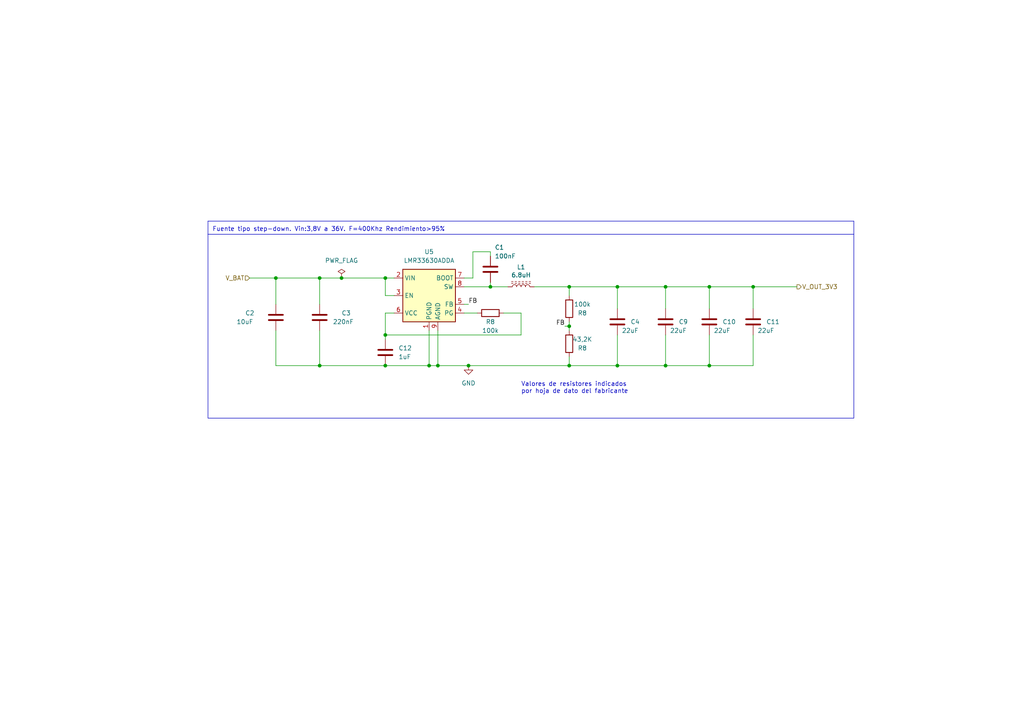
<source format=kicad_sch>
(kicad_sch (version 20230121) (generator eeschema)
  (paper "A4")
  (lib_symbols
    (symbol "Device:C" (pin_numbers hide) (pin_names (offset 0.254))
      (property "Reference" "C" (at 0.635 2.54 0))
      (property "Value" "C" (at 0.635 -2.54 0))
      (symbol "C_0_1"
        (polyline (pts (xy -2.032 -0.762) (xy 2.032 -0.762)) (stroke (width 0.508)))
        (polyline (pts (xy -2.032 0.762) (xy 2.032 0.762)) (stroke (width 0.508)))
      )
      (symbol "C_1_1"
        (pin passive line (at 0 3.81 270) (length 2.794) (name "~") (number "1"))
        (pin passive line (at 0 -3.81 90) (length 2.794) (name "~") (number "2"))
      )
    )
    (symbol "Device:L_Ferrite" (pin_numbers hide) (pin_names (offset 1.016) hide)
      (property "Reference" "L" (at -1.27 0 90))
      (property "Value" "L_Ferrite" (at 2.794 0 90))
      (symbol "L_Ferrite_0_1"
        (arc (start 0 -2.54) (mid 0.6323 -1.905) (end 0 -1.27))
        (arc (start 0 -1.27) (mid 0.6323 -0.635) (end 0 0))
        (polyline (pts (xy 1.016 -2.794) (xy 1.016 -2.286)))
        (polyline (pts (xy 1.016 -1.778) (xy 1.016 -1.27)))
        (polyline (pts (xy 1.016 -0.762) (xy 1.016 -0.254)))
        (polyline (pts (xy 1.016 0.254) (xy 1.016 0.762)))
        (polyline (pts (xy 1.016 1.27) (xy 1.016 1.778)))
        (polyline (pts (xy 1.016 2.286) (xy 1.016 2.794)))
        (polyline (pts (xy 1.524 -2.286) (xy 1.524 -2.794)))
        (polyline (pts (xy 1.524 -1.27) (xy 1.524 -1.778)))
        (polyline (pts (xy 1.524 -0.254) (xy 1.524 -0.762)))
        (polyline (pts (xy 1.524 0.762) (xy 1.524 0.254)))
        (polyline (pts (xy 1.524 1.778) (xy 1.524 1.27)))
        (polyline (pts (xy 1.524 2.794) (xy 1.524 2.286)))
        (arc (start 0 0) (mid 0.6323 0.635) (end 0 1.27))
        (arc (start 0 1.27) (mid 0.6323 1.905) (end 0 2.54))
      )
      (symbol "L_Ferrite_1_1"
        (pin passive line (at 0 3.81 270) (length 1.27) (name "1") (number "1"))
        (pin passive line (at 0 -3.81 90) (length 1.27) (name "2") (number "2"))
      )
    )
    (symbol "Device:R" (pin_numbers hide) (pin_names (offset 0))
      (property "Reference" "R" (at 2.032 0 90))
      (property "Value" "R" (at 0 0 90))
      (symbol "R_0_1"
        (rectangle (start -1.016 -2.54) (end 1.016 2.54) (stroke (width 0.254)))
      )
      (symbol "R_1_1"
        (pin passive line (at 0 3.81 270) (length 1.27) (name "~") (number "1"))
        (pin passive line (at 0 -3.81 90) (length 1.27) (name "~") (number "2"))
      )
    )
    (symbol "Regulator_Switching:LMR33630ADDA"
      (property "Reference" "U" (at 0 11.43 0))
      (property "Value" "LMR33630ADDA" (at 0 8.89 0))
      (symbol "LMR33630ADDA_0_1"
        (rectangle (start -7.62 7.62) (end 7.62 -7.62) (stroke (width 0.254)) (fill (type background)))
      )
      (symbol "LMR33630ADDA_1_1"
        (pin power_in line (at 0 -10.16 90) (length 2.54) (name "PGND") (number "1"))
        (pin power_in line (at -10.16 5.08 0) (length 2.54) (name "VIN") (number "2"))
        (pin input line (at -10.16 0 0) (length 2.54) (name "EN") (number "3"))
        (pin open_collector line (at 10.16 -5.08 180) (length 2.54) (name "PG") (number "4"))
        (pin input line (at 10.16 -2.54 180) (length 2.54) (name "FB") (number "5"))
        (pin power_out line (at -10.16 -5.08 0) (length 2.54) (name "VCC") (number "6"))
        (pin input line (at 10.16 5.08 180) (length 2.54) (name "BOOT") (number "7"))
        (pin output line (at 10.16 2.54 180) (length 2.54) (name "SW") (number "8"))
        (pin power_in line (at 2.54 -10.16 90) (length 2.54) (name "AGND") (number "9"))
      )
    )
    (symbol "power:GND" (power) (pin_names (offset 0))
      (property "Value" "GND" (at 0 -3.81 0))
      (symbol "GND_0_1"
        (polyline (pts (xy 0 0) (xy 0 -1.27) (xy 1.27 -1.27) (xy 0 -2.54) (xy -1.27 -1.27) (xy 0 -1.27)))
      )
      (symbol "GND_1_1"
        (pin power_in line (at 0 0 270) (length 0) hide (name "GND") (number "1"))
      )
    )
    (symbol "power:PWR_FLAG" (power) (pin_numbers hide) (pin_names (offset 0) hide)
      (property "Value" "PWR_FLAG" (at 0 3.81 0))
      (symbol "PWR_FLAG_0_0"
        (pin power_out line (at 0 0 90) (length 0) (name "pwr") (number "1"))
      )
      (symbol "PWR_FLAG_0_1"
        (polyline (pts (xy 0 0) (xy 0 1.27) (xy -1.016 1.905) (xy 0 2.54) (xy 1.016 1.905) (xy 0 1.27)))
      )
    )
  )
  (junction (at 165.1 106.045))
  (junction (at 80.01 80.645))
  (junction (at 111.76 97.155))
  (junction (at 165.1 94.615))
  (junction (at 205.74 106.045))
  (junction (at 193.04 106.045))
  (junction (at 111.76 106.045))
  (junction (at 205.74 83.185))
  (junction (at 111.76 80.645))
  (junction (at 92.71 80.645))
  (junction (at 179.07 83.185))
  (junction (at 193.04 83.185))
  (junction (at 92.71 106.045))
  (junction (at 127 106.045))
  (junction (at 218.44 83.185))
  (junction (at 165.1 83.185))
  (junction (at 135.89 106.045))
  (junction (at 142.24 83.185))
  (junction (at 179.07 106.045))
  (junction (at 124.46 106.045))
  (junction (at 99.06 80.645))
  (wire (pts (xy 99.06 80.645) (xy 111.76 80.645)))
  (wire (pts (xy 134.62 83.185) (xy 142.24 83.185)))
  (wire (pts (xy 193.04 106.045) (xy 193.04 97.155)))
  (wire (pts (xy 127 95.885) (xy 127 106.045)))
  (wire (pts (xy 137.16 80.645) (xy 137.16 73.025)))
  (wire (pts (xy 179.07 89.535) (xy 179.07 83.185)))
  (wire (pts (xy 151.13 90.805) (xy 151.13 97.155)))
  (polyline (pts (xy 60.325 64.135) (xy 247.65 64.135)))
  (wire (pts (xy 142.24 81.915) (xy 142.24 83.185)))
  (wire (pts (xy 193.04 83.185) (xy 205.74 83.185)))
  (wire (pts (xy 205.74 97.155) (xy 205.74 106.045)))
  (wire (pts (xy 111.76 85.725) (xy 111.76 80.645)))
  (wire (pts (xy 134.62 80.645) (xy 137.16 80.645)))
  (wire (pts (xy 137.16 73.025) (xy 142.24 73.025)))
  (wire (pts (xy 205.74 83.185) (xy 205.74 89.535)))
  (wire (pts (xy 92.71 80.645) (xy 92.71 88.265)))
  (wire (pts (xy 179.07 106.045) (xy 193.04 106.045)))
  (wire (pts (xy 193.04 83.185) (xy 193.04 89.535)))
  (wire (pts (xy 154.94 83.185) (xy 165.1 83.185)))
  (wire (pts (xy 111.76 106.045) (xy 124.46 106.045)))
  (wire (pts (xy 179.07 97.155) (xy 179.07 106.045)))
  (wire (pts (xy 124.46 95.885) (xy 124.46 106.045)))
  (wire (pts (xy 165.1 106.045) (xy 179.07 106.045)))
  (wire (pts (xy 165.1 93.345) (xy 165.1 94.615)))
  (wire (pts (xy 151.13 97.155) (xy 111.76 97.155)))
  (wire (pts (xy 165.1 94.615) (xy 165.1 95.885)))
  (wire (pts (xy 165.1 83.185) (xy 165.1 85.725)))
  (wire (pts (xy 92.71 95.885) (xy 92.71 106.045)))
  (wire (pts (xy 142.24 73.025) (xy 142.24 74.295)))
  (polyline (pts (xy 247.65 64.135) (xy 247.65 67.945)))
  (wire (pts (xy 92.71 80.645) (xy 99.06 80.645)))
  (wire (pts (xy 80.01 88.265) (xy 80.01 80.645)))
  (wire (pts (xy 146.05 90.805) (xy 151.13 90.805)))
  (polyline (pts (xy 60.325 67.945) (xy 60.325 64.135)))
  (wire (pts (xy 179.07 83.185) (xy 193.04 83.185)))
  (wire (pts (xy 92.71 106.045) (xy 111.76 106.045)))
  (wire (pts (xy 218.44 83.185) (xy 218.44 89.535)))
  (wire (pts (xy 114.3 90.805) (xy 111.76 90.805)))
  (wire (pts (xy 142.24 83.185) (xy 147.32 83.185)))
  (wire (pts (xy 135.89 106.045) (xy 165.1 106.045)))
  (wire (pts (xy 80.01 106.045) (xy 80.01 95.885)))
  (wire (pts (xy 218.44 97.155) (xy 218.44 106.045)))
  (wire (pts (xy 111.76 97.155) (xy 111.76 98.425)))
  (wire (pts (xy 72.39 80.645) (xy 80.01 80.645)))
  (wire (pts (xy 124.46 106.045) (xy 127 106.045)))
  (wire (pts (xy 127 106.045) (xy 135.89 106.045)))
  (wire (pts (xy 114.3 85.725) (xy 111.76 85.725)))
  (wire (pts (xy 134.62 90.805) (xy 138.43 90.805)))
  (wire (pts (xy 165.1 103.505) (xy 165.1 106.045)))
  (wire (pts (xy 134.62 88.265) (xy 135.89 88.265)))
  (wire (pts (xy 218.44 83.185) (xy 231.14 83.185)))
  (wire (pts (xy 218.44 106.045) (xy 205.74 106.045)))
  (wire (pts (xy 193.04 106.045) (xy 205.74 106.045)))
  (wire (pts (xy 111.76 80.645) (xy 114.3 80.645)))
  (wire (pts (xy 163.83 94.615) (xy 165.1 94.615)))
  (wire (pts (xy 92.71 106.045) (xy 80.01 106.045)))
  (wire (pts (xy 205.74 83.185) (xy 218.44 83.185)))
  (wire (pts (xy 165.1 83.185) (xy 179.07 83.185)))
  (wire (pts (xy 80.01 80.645) (xy 92.71 80.645)))
  (wire (pts (xy 111.76 90.805) (xy 111.76 97.155)))
  (rectangle (start 60.325 67.945) (end 247.65 121.285))
  (text "Fuente tipo step-down. Vin:3,8V a 36V. F=400Khz Rendimiento>95%" (at 61.595 67.31 0) (effects (font (size 1.27 1.27)) (justify left bottom)))
  (text "Valores de resistores indicados\npor hoja de dato del fabricante" (at 151.13 114.3 0) (effects (font (size 1.27 1.27)) (justify left bottom)))
  (label "FB" (at 163.83 94.615 180))
  (label "FB" (at 135.89 88.265 0))
  (hierarchical_label "V_BAT" (shape input) (at 72.39 80.645 180))
  (hierarchical_label "V_OUT_3V3" (shape output) (at 231.14 83.185 0))
  (symbol (lib_id "Device:R") (at 165.1 89.535 180) (unit 1)
    (property "Reference" "R8" (at 168.91 90.805 0))
    (property "Value" "100k" (at 168.91 88.265 0))
    (property "Footprint" "Resistor_SMD:R_0603_1608Metric" (effects hide))
    (property "MOUNTING_TECHNOLOGY" "SMD" (effects hide))
    (property "PACKAGE_TYPE" "0603" (effects hide))
    (property "Description" "RES SMD 100K OHM 5% 1/10W 0603" (effects hide))
    (property "Manufacturer" "Bourns Inc." (effects hide))
    (property "Mfg Part #" "CR0603-JW-104ELF" (effects hide))
    (instances (project "Nodo_Sensores" (path "" (reference "R8") (unit 1)) (path "" (reference "R9") (unit 1))) (project "fuente" (path "" (reference "R151") (unit 1))))
  )
  (symbol (lib_id "power:GND") (at 135.89 106.045 0) (unit 1)
    (property "Reference" "#PWR016" (effects hide))
    (property "Value" "GND" (at 135.89 111.125 0))
    (instances (project "Nodo_Sensores" (path "" (reference "#PWR016") (unit 1)) (path "" (reference "#PWR016") (unit 1))) (project "fuente" (path "" (reference "#PWR0158") (unit 1))))
  )
  (symbol (lib_id "Device:C") (at 218.44 93.345 0) (unit 1)
    (property "Reference" "C11" (at 222.25 93.345 0) (effects (justify left)))
    (property "Value" "22uF" (at 219.71 95.885 0) (effects (justify left)))
    (property "Footprint" "Capacitor_SMD:C_1210_3225Metric" (effects hide))
    (property "PartNumber" "CL32A476KOJNNNE" (effects hide))
    (property "MOUNTING_TECHNOLOGY" "SMD" (effects hide))
    (property "PACKAGE_TYPE" "1210" (effects hide))
    (property "Voltage" "25V" (effects hide))
    (property "Description" "CAP CER 47UF 16V X5R 1210" (effects hide))
    (property "Manufacturer" "Samsung Electro-Mechanics" (effects hide))
    (property "Mfg Part #" "CL32A476KOJNNNE" (effects hide))
    (instances (project "Nodo_Sensores" (path "" (reference "C11") (unit 1)) (path "" (reference "C11") (unit 1))) (project "fuente" (path "" (reference "C96") (unit 1))))
  )
  (symbol (lib_id "Device:C") (at 193.04 93.345 0) (unit 1)
    (property "Reference" "C9" (at 196.85 93.345 0) (effects (justify left)))
    (property "Value" "22uF" (at 194.31 95.885 0) (effects (justify left)))
    (property "Footprint" "Capacitor_SMD:C_1210_3225Metric" (effects hide))
    (property "PartNumber" "CL32A476KOJNNNE" (effects hide))
    (property "MOUNTING_TECHNOLOGY" "SMD" (effects hide))
    (property "PACKAGE_TYPE" "1210" (effects hide))
    (property "Voltage" "25V" (effects hide))
    (property "Description" "CAP CER 47UF 16V X5R 1210" (effects hide))
    (property "Manufacturer" "Samsung Electro-Mechanics" (effects hide))
    (property "Mfg Part #" "CL32A476KOJNNNE" (effects hide))
    (instances (project "Nodo_Sensores" (path "" (reference "C9") (unit 1)) (path "" (reference "C9") (unit 1))) (project "fuente" (path "" (reference "C95") (unit 1))))
  )
  (symbol (lib_id "Regulator_Switching:LMR33630ADDA") (at 124.46 85.725 0) (unit 1)
    (property "Reference" "U5" (at 124.46 73.025 0))
    (property "Value" "LMR33630ADDA" (at 124.46 75.565 0))
    (property "Footprint" "Package_SO:Texas_HSOP-8-1EP_3.9x4.9mm_P1.27mm_ThermalVias" (effects hide))
    (property "Datasheet" "http://www.ti.com/lit/ds/symlink/lmr33630.pdf" (effects hide))
    (property "MOUNTING_TECHNOLOGY" "SMD" (effects hide))
    (property "Description" "IC REG BUCK ADJUSTABLE 3A 8SOPWR" (effects hide))
    (property "Manufacturer" "Texas Instruments" (effects hide))
    (property "Mfg Part #" "LMR33630ADDA" (effects hide))
    (property "PACKAGE_TYPE" "HSOP-8" (effects hide))
    (instances (project "Nodo_Sensores" (path "" (reference "U5") (unit 1)) (path "" (reference "U5") (unit 1))) (project "fuente" (path "" (reference "U12") (unit 1))))
  )
  (symbol (lib_id "power:PWR_FLAG") (at 99.06 80.645 0) (unit 1)
    (property "Reference" "#FLG01" (effects hide))
    (property "Value" "PWR_FLAG" (at 99.06 75.565 0))
    (instances (project "Nodo_Sensores" (path "" (reference "#FLG01") (unit 1)) (path "" (reference "#FLG01") (unit 1))) (project "fuente" (path "" (reference "#FLG0103") (unit 1))))
  )
  (symbol (lib_id "Device:C") (at 111.76 102.235 0) (unit 1)
    (property "Reference" "C12" (at 115.57 100.9649 0) (effects (justify left)))
    (property "Value" "1uF" (at 115.57 103.5049 0) (effects (justify left)))
    (property "Footprint" "Capacitor_SMD:C_0603_1608Metric" (effects hide))
    (property "PartNumber" "C0603C105K8PACTU" (effects hide))
    (property "MOUNTING_TECHNOLOGY" "SMD" (effects hide))
    (property "PACKAGE_TYPE" "0603" (effects hide))
    (property "Description" "CAP CER 1UF 10V X7R 0603" (effects hide))
    (property "Manufacturer" "Samsung Electro-Mechanics" (effects hide))
    (property "Mfg Part #" "CL10B105KP8NNNC" (effects hide))
    (property "Voltage" "10V" (effects hide))
    (instances (project "Nodo_Sensores" (path "" (reference "C12") (unit 1)) (path "" (reference "C12") (unit 1))) (project "fuente" (path "" (reference "C92") (unit 1))))
  )
  (symbol (lib_id "Device:C") (at 179.07 93.345 0) (unit 1)
    (property "Reference" "C4" (at 182.88 93.345 0) (effects (justify left)))
    (property "Value" "22uF" (at 180.34 95.885 0) (effects (justify left)))
    (property "Footprint" "Capacitor_SMD:C_1210_3225Metric" (effects hide))
    (property "PartNumber" "CL32A476KOJNNNE" (effects hide))
    (property "MOUNTING_TECHNOLOGY" "SMD" (effects hide))
    (property "PACKAGE_TYPE" "1210" (effects hide))
    (property "Voltage" "25V" (effects hide))
    (property "Description" "CAP CER 47UF 16V X5R 1210" (effects hide))
    (property "Manufacturer" "Samsung Electro-Mechanics" (effects hide))
    (property "Mfg Part #" "CL32A476KOJNNNE" (effects hide))
    (instances (project "Nodo_Sensores" (path "" (reference "C4") (unit 1)) (path "" (reference "C4") (unit 1))) (project "fuente" (path "" (reference "C94") (unit 1))))
  )
  (symbol (lib_id "Device:L_Ferrite") (at 151.13 83.185 90) (unit 1)
    (property "Reference" "L1" (at 151.13 77.47 90))
    (property "Value" "6.8uH" (at 151.13 79.7814 90))
    (property "Footprint" "Inductor_SMD:L_12x12mm_H8mm" (effects hide))
    (property "PartNumber" "744770112" (effects hide))
    (property "MOUNTING_TECHNOLOGY" "SMD" (effects hide))
    (property "Description" "FIXED IND 12UH 5.9A 24 MOHM SMD" (effects hide))
    (property "Manufacturer" "Würth Elektronik" (effects hide))
    (property "Mfg Part #" "744770112" (effects hide))
    (property "PACKAGE_TYPE" "Nonstandard" (effects hide))
    (instances (project "Nodo_Sensores" (path "" (reference "L1") (unit 1)) (path "" (reference "L1") (unit 1))) (project "fuente" (path "" (reference "L5") (unit 1))))
  )
  (symbol (lib_id "Device:C") (at 80.01 92.075 0) (unit 1)
    (property "Reference" "C2" (at 71.12 90.805 0) (effects (justify left)))
    (property "Value" "10uF" (at 68.58 93.345 0) (effects (justify left)))
    (property "Footprint" "Capacitor_SMD:C_1210_3225Metric" (effects hide))
    (property "PartNumber" "C3225X7R1H106M250AC" (effects hide))
    (property "MOUNTING_TECHNOLOGY" "SMD" (effects hide))
    (property "PACKAGE_TYPE" "1210" (effects hide))
    (property "Description" "CAP CER 10UF 50V X7R 1210" (effects hide))
    (property "Manufacturer" "Samsung Electro-Mechanics" (effects hide))
    (property "Mfg Part #" "CL32B106KBJNNNE" (effects hide))
    (property "Voltage" "50V" (effects hide))
    (instances (project "Nodo_Sensores" (path "" (reference "C2") (unit 1)) (path "" (reference "C2") (unit 1))) (project "fuente" (path "" (reference "C90") (unit 1))))
  )
  (symbol (lib_id "Device:R") (at 165.1 99.695 180) (unit 1)
    (property "Reference" "R8" (at 168.91 100.965 0))
    (property "Value" "43,2K" (at 168.91 98.425 0))
    (property "Footprint" "Resistor_SMD:R_0603_1608Metric" (effects hide))
    (property "MOUNTING_TECHNOLOGY" "SMD" (effects hide))
    (property "PACKAGE_TYPE" "0603" (effects hide))
    (property "Description" "RES SMD 100K OHM 5% 1/10W 0603" (effects hide))
    (property "Manufacturer" "Bourns Inc." (effects hide))
    (property "Mfg Part #" "CR0603-JW-104ELF" (effects hide))
    (instances (project "Nodo_Sensores" (path "" (reference "R8") (unit 1)) (path "" (reference "R10") (unit 1))) (project "fuente" (path "" (reference "R151") (unit 1))))
  )
  (symbol (lib_id "Device:R") (at 142.24 90.805 90) (unit 1)
    (property "Reference" "R8" (at 142.24 93.345 90))
    (property "Value" "100k" (at 142.24 95.885 90))
    (property "Footprint" "Resistor_SMD:R_0603_1608Metric" (effects hide))
    (property "MOUNTING_TECHNOLOGY" "SMD" (effects hide))
    (property "PACKAGE_TYPE" "0603" (effects hide))
    (property "Description" "RES SMD 100K OHM 5% 1/10W 0603" (effects hide))
    (property "Manufacturer" "Bourns Inc." (effects hide))
    (property "Mfg Part #" "CR0603-JW-104ELF" (effects hide))
    (instances (project "Nodo_Sensores" (path "" (reference "R8") (unit 1)) (path "" (reference "R8") (unit 1))) (project "fuente" (path "" (reference "R151") (unit 1))))
  )
  (symbol (lib_id "Device:C") (at 142.24 78.105 0) (unit 1)
    (property "Reference" "C1" (at 143.51 71.755 0) (effects (justify left)))
    (property "Value" "100nF" (at 143.51 74.295 0) (effects (justify left)))
    (property "Footprint" "Capacitor_SMD:C_1206_3216Metric" (effects hide))
    (property "PartNumber" "C1206C104K3RAC7800" (effects hide))
    (property "MOUNTING_TECHNOLOGY" "SMD" (effects hide))
    (property "PACKAGE_TYPE" "1206" (effects hide))
    (property "Voltage" "25V" (effects hide))
    (property "Description" "CAP CER 0.1UF 25V X7R 1206" (effects hide))
    (property "Manufacturer" "KEMET" (effects hide))
    (property "Mfg Part #" "C1206C104K3RAC7800" (effects hide))
    (instances (project "Nodo_Sensores" (path "" (reference "C1") (unit 1)) (path "" (reference "C1") (unit 1))) (project "fuente" (path "" (reference "C93") (unit 1))))
  )
  (symbol (lib_id "Device:C") (at 205.74 93.345 0) (unit 1)
    (property "Reference" "C10" (at 209.55 93.345 0) (effects (justify left)))
    (property "Value" "22uF" (at 207.01 95.885 0) (effects (justify left)))
    (property "Footprint" "Capacitor_SMD:C_1210_3225Metric" (effects hide))
    (property "PartNumber" "CL32A476KOJNNNE" (effects hide))
    (property "MOUNTING_TECHNOLOGY" "SMD" (effects hide))
    (property "PACKAGE_TYPE" "1210" (effects hide))
    (property "Voltage" "25V" (effects hide))
    (property "Description" "CAP CER 47UF 16V X5R 1210" (effects hide))
    (property "Manufacturer" "Samsung Electro-Mechanics" (effects hide))
    (property "Mfg Part #" "CL32A476KOJNNNE" (effects hide))
    (instances (project "Nodo_Sensores" (path "" (reference "C10") (unit 1)) (path "" (reference "C10") (unit 1))) (project "fuente" (path "" (reference "C96") (unit 1))))
  )
  (symbol (lib_id "Device:C") (at 92.71 92.075 0) (unit 1)
    (property "Reference" "C3" (at 99.06 90.805 0) (effects (justify left)))
    (property "Value" "220nF" (at 96.52 93.3449 0) (effects (justify left)))
    (property "Footprint" "Capacitor_SMD:C_0805_2012Metric" (effects hide))
    (property "PartNumber" "C2012X7R1H224K125AA" (effects hide))
    (property "MOUNTING_TECHNOLOGY" "SMD" (effects hide))
    (property "PACKAGE_TYPE" "0805" (effects hide))
    (property "Voltage" "50V" (effects hide))
    (property "Description" "CAP CER 0.22UF 50V X7R 0805" (effects hide))
    (property "Manufacturer" "Samsung Electro-Mechanics" (effects hide))
    (property "Mfg Part #" "CL21B224KBFNNNE" (effects hide))
    (instances (project "Nodo_Sensores" (path "" (reference "C3") (unit 1)) (path "" (reference "C3") (unit 1))) (project "fuente" (path "" (reference "C91") (unit 1))))
  )
)
</source>
